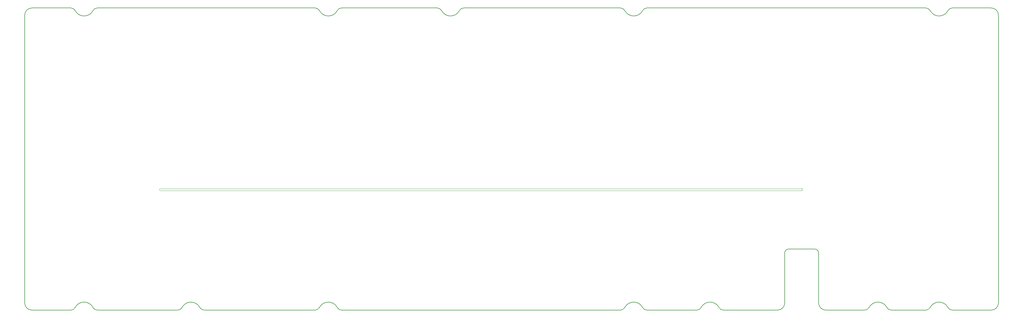
<source format=gko>
G04*
G04 #@! TF.GenerationSoftware,Altium Limited,Altium Designer,21.6.4 (81)*
G04*
G04 Layer_Color=16711935*
%FSTAX24Y24*%
%MOIN*%
G70*
G04*
G04 #@! TF.SameCoordinates,245CE46D-98AB-4B62-9B0C-93C9D4342F2A*
G04*
G04*
G04 #@! TF.FilePolarity,Positive*
G04*
G01*
G75*
%ADD52C,0.0079*%
%ADD55C,0.0039*%
D52*
X094883Y011563D02*
G03*
X095406Y011881I0J000591D01*
G01*
X097605Y011881D02*
G03*
X095406Y011881I-0011J-000573D01*
G01*
X097605Y011881D02*
G03*
X098129Y011563I000524J000273D01*
G01*
X08823Y011881D02*
G03*
X088754Y011563I000524J000273D01*
G01*
X08823Y011881D02*
G03*
X086031Y011881I-0011J-000573D01*
G01*
X085507Y011563D02*
G03*
X086031Y011881I0J000591D01*
G01*
X088754Y04865D02*
G03*
X08823Y048333I0J-000591D01*
G01*
X086031Y048333D02*
G03*
X08823Y048333I0011J000573D01*
G01*
X086031Y048333D02*
G03*
X085507Y04865I-000524J-000273D01*
G01*
X12573Y011881D02*
G03*
X126254Y011563I000524J000273D01*
G01*
X12573Y011881D02*
G03*
X123531Y011881I-0011J-000573D01*
G01*
X123008Y011563D02*
G03*
X123531Y011881I0J000591D01*
G01*
X02073D02*
G03*
X021254Y011563I000524J000273D01*
G01*
X02073Y011881D02*
G03*
X018531Y011881I-0011J-000573D01*
G01*
X12573D02*
G03*
X123531Y011881I-0011J-000573D01*
G01*
X123008Y011563D02*
G03*
X123531Y011881I0J000591D01*
G01*
X02073D02*
G03*
X021254Y011563I000524J000273D01*
G01*
X02073Y011881D02*
G03*
X018531Y011881I-0011J-000573D01*
G01*
X018008Y011563D02*
G03*
X018531Y011881I0J000591D01*
G01*
X048007Y011563D02*
G03*
X048531Y011881I0J000591D01*
G01*
X05073Y011881D02*
G03*
X048531Y011881I-0011J-000573D01*
G01*
X05073Y011881D02*
G03*
X051254Y011563I000524J000273D01*
G01*
Y04865D02*
G03*
X05073Y048333I0J-000591D01*
G01*
X048531Y048333D02*
G03*
X05073Y048333I0011J000573D01*
G01*
X048531Y048333D02*
G03*
X048007Y04865I-000524J-000273D01*
G01*
X115508Y011563D02*
G03*
X116031Y011881I0J000591D01*
G01*
X109838Y012449D02*
G03*
X110723Y011563I000886J0D01*
G01*
X109838Y018571D02*
G03*
X109345Y019063I-000492J0D01*
G01*
X106166D02*
G03*
X105674Y018571I0J-000492D01*
G01*
X104788Y011563D02*
G03*
X105674Y012449I0J000886D01*
G01*
X033855Y011881D02*
G03*
X034379Y011563I000524J000273D01*
G01*
X033855Y011881D02*
G03*
X031656Y011881I-0011J-000573D01*
G01*
X031133Y011563D02*
G03*
X031656Y011881I0J000591D01*
G01*
X012337Y012449D02*
G03*
X013223Y011563I000886J0D01*
G01*
Y04865D02*
G03*
X012337Y047764I0J-000886D01*
G01*
X018531Y048333D02*
G03*
X018008Y04865I-000524J-000273D01*
G01*
X018531Y048333D02*
G03*
X02073Y048333I0011J000573D01*
G01*
X021254Y04865D02*
G03*
X02073Y048333I0J-000591D01*
G01*
X063531D02*
G03*
X063008Y04865I-000524J-000273D01*
G01*
X063531Y048333D02*
G03*
X06573Y048333I0011J000573D01*
G01*
X066254Y04865D02*
G03*
X06573Y048333I0J-000591D01*
G01*
X123531D02*
G03*
X123008Y04865I-000524J-000273D01*
G01*
X123531Y048333D02*
G03*
X12573Y048333I0011J000573D01*
G01*
X126254Y04865D02*
G03*
X12573Y048333I0J-000591D01*
G01*
X131038Y011563D02*
G03*
X131924Y012449I0J000886D01*
G01*
X11823Y011881D02*
G03*
X118754Y011563I000524J000273D01*
G01*
X11823Y011881D02*
G03*
X116031Y011881I-0011J-000573D01*
G01*
X115508Y011563D02*
G03*
X116031Y011881I0J000591D01*
G01*
X109838Y012449D02*
G03*
X110723Y011563I000886J0D01*
G01*
X109838Y018571D02*
G03*
X109345Y019063I-000492J0D01*
G01*
X106166D02*
G03*
X105674Y018571I0J-000492D01*
G01*
X104788Y011563D02*
G03*
X105674Y012449I0J000886D01*
G01*
X033855Y011881D02*
G03*
X034379Y011563I000524J000273D01*
G01*
X033855Y011881D02*
G03*
X031656Y011881I-0011J-000573D01*
G01*
X031133Y011563D02*
G03*
X031656Y011881I0J000591D01*
G01*
X012337Y012449D02*
G03*
X013223Y011563I000886J0D01*
G01*
Y04865D02*
G03*
X012337Y047764I0J-000886D01*
G01*
X018531Y048333D02*
G03*
X018008Y04865I-000524J-000273D01*
G01*
X018531Y048333D02*
G03*
X02073Y048333I0011J000573D01*
G01*
X021254Y04865D02*
G03*
X02073Y048333I0J-000591D01*
G01*
X063531D02*
G03*
X063008Y04865I-000524J-000273D01*
G01*
X063531Y048333D02*
G03*
X06573Y048333I0011J000573D01*
G01*
X066254Y04865D02*
G03*
X06573Y048333I0J-000591D01*
G01*
X123531D02*
G03*
X123008Y04865I-000524J-000273D01*
G01*
X123531Y048333D02*
G03*
X12573Y048333I0011J000573D01*
G01*
X126254Y04865D02*
G03*
X12573Y048333I0J-000591D01*
G01*
X131924Y047764D02*
G03*
X131038Y04865I-000886J0D01*
G01*
Y011563D02*
G03*
X131924Y012449I0J000886D01*
G01*
X11823Y011881D02*
G03*
X118754Y011563I000524J000273D01*
G01*
X11823Y011881D02*
G03*
X116031Y011881I-0011J-000573D01*
G01*
X088754Y011563D02*
X094883D01*
X126254Y011563D02*
X131038D01*
X118754Y011563D02*
X123008D01*
X051254D02*
X085507D01*
X034379D02*
X048007D01*
X021254D02*
X031133D01*
X013223D02*
X018008D01*
X12573Y011881D02*
X12573D01*
X02073D02*
X02073D01*
X12573D02*
X12573D01*
X02073D02*
X02073D01*
X066254Y04865D02*
X085507D01*
X088754Y04865D02*
X123008Y04865D01*
X051254Y04865D02*
X063008Y04865D01*
X013223D02*
X018008D01*
X110723Y011563D02*
X115508D01*
X109838Y012449D02*
Y018571D01*
X106166Y019063D02*
X109345D01*
X105674Y012449D02*
Y018571D01*
X098129Y011563D02*
X104788D01*
X031656Y011881D02*
X031656D01*
X012337Y012449D02*
Y047764D01*
X02073Y048333D02*
X02073D01*
X021254Y04865D02*
X048007D01*
X06573Y048333D02*
X06573D01*
X12573D02*
X12573D01*
X126254Y04865D02*
X131038D01*
X116031Y011881D02*
X116031D01*
X110723Y011563D02*
X115508D01*
X109838Y012449D02*
Y018571D01*
X106166Y019063D02*
X109345D01*
X105674Y012449D02*
Y018571D01*
X098129Y011563D02*
X104788D01*
X031656Y011881D02*
X031656D01*
X012337Y012449D02*
Y047764D01*
X02073Y048333D02*
X02073D01*
X06573D02*
X06573D01*
X12573D02*
X12573D01*
X126254Y04865D02*
X131038D01*
X131924Y012449D02*
Y047764D01*
D55*
X107756Y026239D02*
G03*
X107756Y026475I0J000118D01*
G01*
X029006D02*
G03*
X029006Y026239I0J-000118D01*
G01*
X107756D01*
X029006Y026475D02*
X107756D01*
M02*

</source>
